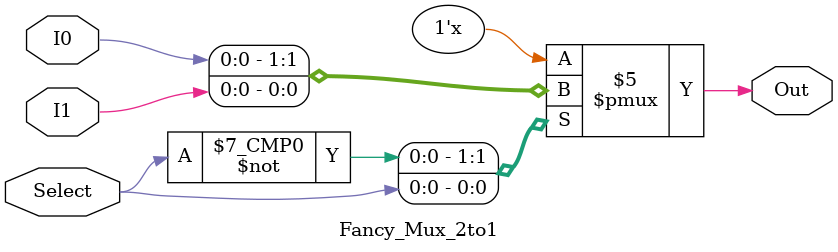
<source format=v>
module Fancy_Mux_2to1 (I0, I1,Select, Out);

  // ports
  input wire I0, I1, Select;
  output reg Out;
  
  // internal
  reg error;

  always @(I0,I1, Select) begin
    case (Select)
      1'b0: begin
        Out = I0;
        error = 0;
      end
      1'b1: begin
        Out = I1;
        error = 0;
      end
      default: error=1; // Default case 
    endcase
  end

endmodule

</source>
